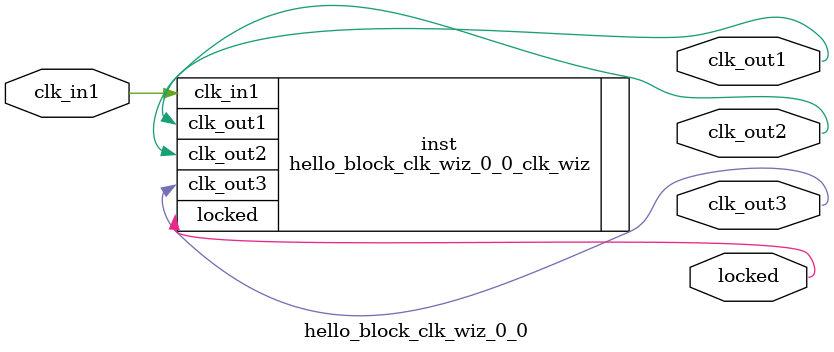
<source format=v>


`timescale 1ps/1ps

(* CORE_GENERATION_INFO = "hello_block_clk_wiz_0_0,clk_wiz_v5_4_3_0,{component_name=hello_block_clk_wiz_0_0,use_phase_alignment=true,use_min_o_jitter=false,use_max_i_jitter=false,use_dyn_phase_shift=false,use_inclk_switchover=false,use_dyn_reconfig=false,enable_axi=0,feedback_source=FDBK_AUTO,PRIMITIVE=MMCM,num_out_clk=3,clkin1_period=10.000,clkin2_period=10.000,use_power_down=false,use_reset=false,use_locked=true,use_inclk_stopped=false,feedback_type=SINGLE,CLOCK_MGR_TYPE=NA,manual_override=false}" *)

module hello_block_clk_wiz_0_0 
 (
  // Clock out ports
  output        clk_out1,
  output        clk_out2,
  output        clk_out3,
  // Status and control signals
  output        locked,
 // Clock in ports
  input         clk_in1
 );

  hello_block_clk_wiz_0_0_clk_wiz inst
  (
  // Clock out ports  
  .clk_out1(clk_out1),
  .clk_out2(clk_out2),
  .clk_out3(clk_out3),
  // Status and control signals               
  .locked(locked),
 // Clock in ports
  .clk_in1(clk_in1)
  );

endmodule

</source>
